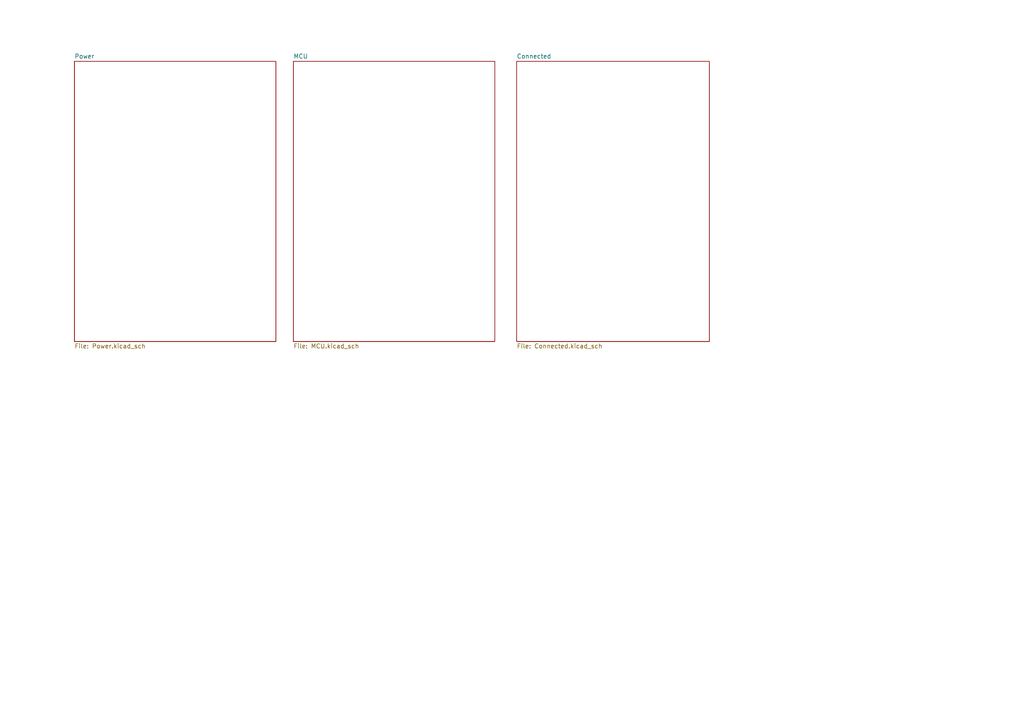
<source format=kicad_sch>
(kicad_sch
	(version 20250114)
	(generator "eeschema")
	(generator_version "9.0")
	(uuid "33aeef8e-7535-454c-9ba4-118266db25d3")
	(paper "A4")
	(lib_symbols)
	(sheet
		(at 21.59 17.78)
		(size 58.42 81.28)
		(exclude_from_sim no)
		(in_bom yes)
		(on_board yes)
		(dnp no)
		(fields_autoplaced yes)
		(stroke
			(width 0.1524)
			(type solid)
		)
		(fill
			(color 0 0 0 0.0000)
		)
		(uuid "23a7ed87-48ec-48bc-9819-7fd6d9f83c90")
		(property "Sheetname" "Power"
			(at 21.59 17.0684 0)
			(effects
				(font
					(size 1.27 1.27)
				)
				(justify left bottom)
			)
		)
		(property "Sheetfile" "Power.kicad_sch"
			(at 21.59 99.6446 0)
			(effects
				(font
					(size 1.27 1.27)
				)
				(justify left top)
			)
		)
		(instances
			(project "NEMA_17_Driver"
				(path "/33aeef8e-7535-454c-9ba4-118266db25d3"
					(page "3")
				)
			)
		)
	)
	(sheet
		(at 85.09 17.78)
		(size 58.42 81.28)
		(exclude_from_sim no)
		(in_bom yes)
		(on_board yes)
		(dnp no)
		(fields_autoplaced yes)
		(stroke
			(width 0.1524)
			(type solid)
		)
		(fill
			(color 0 0 0 0.0000)
		)
		(uuid "7d00b10c-bb04-4096-aa7f-9af2859b91d9")
		(property "Sheetname" "MCU"
			(at 85.09 17.0684 0)
			(effects
				(font
					(size 1.27 1.27)
				)
				(justify left bottom)
			)
		)
		(property "Sheetfile" "MCU.kicad_sch"
			(at 85.09 99.6446 0)
			(effects
				(font
					(size 1.27 1.27)
				)
				(justify left top)
			)
		)
		(instances
			(project "NEMA_17_Driver"
				(path "/33aeef8e-7535-454c-9ba4-118266db25d3"
					(page "2")
				)
			)
		)
	)
	(sheet
		(at 149.86 17.78)
		(size 55.88 81.28)
		(exclude_from_sim no)
		(in_bom yes)
		(on_board yes)
		(dnp no)
		(fields_autoplaced yes)
		(stroke
			(width 0.1524)
			(type solid)
		)
		(fill
			(color 0 0 0 0.0000)
		)
		(uuid "8740acf1-69dc-49da-8847-2155a6dd96e1")
		(property "Sheetname" "Connected"
			(at 149.86 17.0684 0)
			(effects
				(font
					(size 1.27 1.27)
				)
				(justify left bottom)
			)
		)
		(property "Sheetfile" "Connected.kicad_sch"
			(at 149.86 99.6446 0)
			(effects
				(font
					(size 1.27 1.27)
				)
				(justify left top)
			)
		)
		(instances
			(project "NEMA_17_Driver"
				(path "/33aeef8e-7535-454c-9ba4-118266db25d3"
					(page "4")
				)
			)
		)
	)
	(sheet_instances
		(path "/"
			(page "1")
		)
	)
	(embedded_fonts no)
)

</source>
